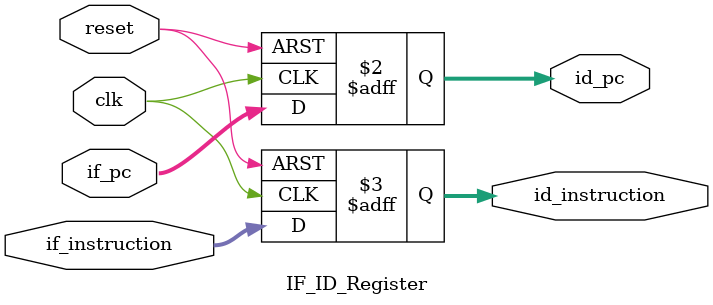
<source format=v>
module IF_ID_Register (
    input clk,
    input reset,
    input [31:0] if_pc,
    input [31:0] if_instruction,
    output reg [31:0] id_pc,
    output reg [31:0] id_instruction
);
    always @(posedge clk or posedge reset) begin
        if (reset) begin
            id_pc <= 0;
            id_instruction <= 0;
        end else begin
            id_pc <= if_pc;
            id_instruction <= if_instruction;
        end
    end
endmodule
</source>
